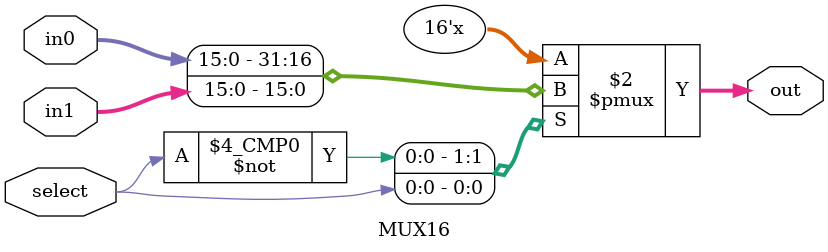
<source format=v>

module MUX16 (in0, in1, select, out);
    input[15:0] in0;
    input[15:0] in1;
    input select;
    output reg[15:0] out;
    
    always @(in0 or in1 or select)
        begin
        case(select)
        0 : out = in0;
        1 : out = in1;
        default: out = in0;
        endcase
        end
        
endmodule

</source>
